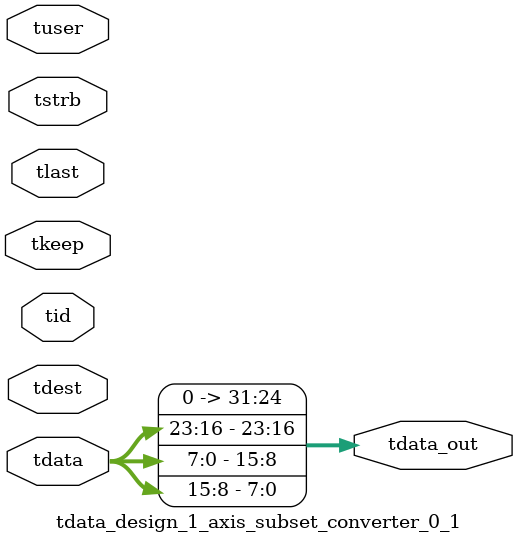
<source format=v>


`timescale 1ps/1ps

module tdata_design_1_axis_subset_converter_0_1 #
(
parameter C_S_AXIS_TDATA_WIDTH = 32,
parameter C_S_AXIS_TUSER_WIDTH = 0,
parameter C_S_AXIS_TID_WIDTH   = 0,
parameter C_S_AXIS_TDEST_WIDTH = 0,
parameter C_M_AXIS_TDATA_WIDTH = 32
)
(
input  [(C_S_AXIS_TDATA_WIDTH == 0 ? 1 : C_S_AXIS_TDATA_WIDTH)-1:0     ] tdata,
input  [(C_S_AXIS_TUSER_WIDTH == 0 ? 1 : C_S_AXIS_TUSER_WIDTH)-1:0     ] tuser,
input  [(C_S_AXIS_TID_WIDTH   == 0 ? 1 : C_S_AXIS_TID_WIDTH)-1:0       ] tid,
input  [(C_S_AXIS_TDEST_WIDTH == 0 ? 1 : C_S_AXIS_TDEST_WIDTH)-1:0     ] tdest,
input  [(C_S_AXIS_TDATA_WIDTH/8)-1:0 ] tkeep,
input  [(C_S_AXIS_TDATA_WIDTH/8)-1:0 ] tstrb,
input                                                                    tlast,
output [C_M_AXIS_TDATA_WIDTH-1:0] tdata_out
);

assign tdata_out = {tdata[23:16],tdata[7:0],tdata[15:8]};

endmodule


</source>
